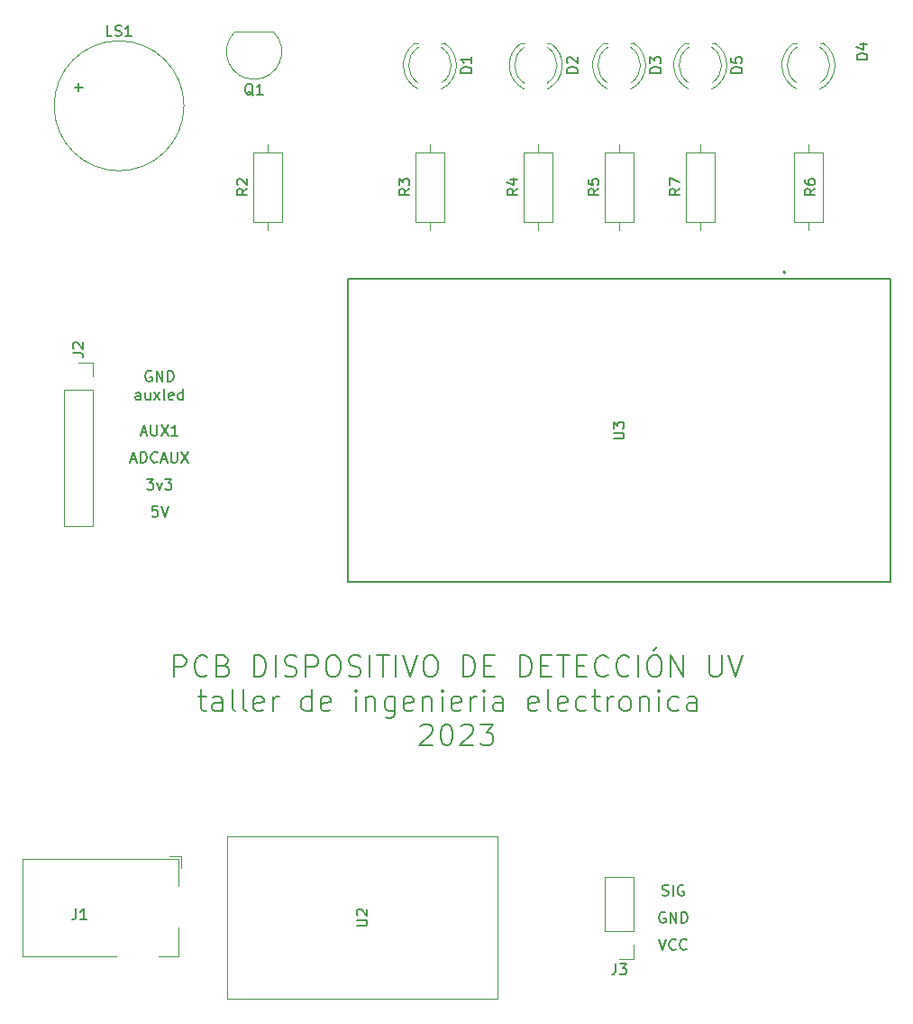
<source format=gbr>
%TF.GenerationSoftware,KiCad,Pcbnew,7.0.7*%
%TF.CreationDate,2023-11-04T11:15:44-05:00*%
%TF.ProjectId,proyectointroducci_n,70726f79-6563-4746-9f69-6e74726f6475,rev?*%
%TF.SameCoordinates,Original*%
%TF.FileFunction,Legend,Top*%
%TF.FilePolarity,Positive*%
%FSLAX46Y46*%
G04 Gerber Fmt 4.6, Leading zero omitted, Abs format (unit mm)*
G04 Created by KiCad (PCBNEW 7.0.7) date 2023-11-04 11:15:44*
%MOMM*%
%LPD*%
G01*
G04 APERTURE LIST*
%ADD10C,0.150000*%
%ADD11C,0.120000*%
%ADD12C,0.127000*%
%ADD13C,0.200000*%
G04 APERTURE END LIST*
D10*
X43934285Y-98709819D02*
X43934285Y-98186009D01*
X43934285Y-98186009D02*
X43886666Y-98090771D01*
X43886666Y-98090771D02*
X43791428Y-98043152D01*
X43791428Y-98043152D02*
X43600952Y-98043152D01*
X43600952Y-98043152D02*
X43505714Y-98090771D01*
X43934285Y-98662200D02*
X43839047Y-98709819D01*
X43839047Y-98709819D02*
X43600952Y-98709819D01*
X43600952Y-98709819D02*
X43505714Y-98662200D01*
X43505714Y-98662200D02*
X43458095Y-98566961D01*
X43458095Y-98566961D02*
X43458095Y-98471723D01*
X43458095Y-98471723D02*
X43505714Y-98376485D01*
X43505714Y-98376485D02*
X43600952Y-98328866D01*
X43600952Y-98328866D02*
X43839047Y-98328866D01*
X43839047Y-98328866D02*
X43934285Y-98281247D01*
X44839047Y-98043152D02*
X44839047Y-98709819D01*
X44410476Y-98043152D02*
X44410476Y-98566961D01*
X44410476Y-98566961D02*
X44458095Y-98662200D01*
X44458095Y-98662200D02*
X44553333Y-98709819D01*
X44553333Y-98709819D02*
X44696190Y-98709819D01*
X44696190Y-98709819D02*
X44791428Y-98662200D01*
X44791428Y-98662200D02*
X44839047Y-98614580D01*
X45220000Y-98709819D02*
X45743809Y-98043152D01*
X45220000Y-98043152D02*
X45743809Y-98709819D01*
X46267619Y-98709819D02*
X46172381Y-98662200D01*
X46172381Y-98662200D02*
X46124762Y-98566961D01*
X46124762Y-98566961D02*
X46124762Y-97709819D01*
X47029524Y-98662200D02*
X46934286Y-98709819D01*
X46934286Y-98709819D02*
X46743810Y-98709819D01*
X46743810Y-98709819D02*
X46648572Y-98662200D01*
X46648572Y-98662200D02*
X46600953Y-98566961D01*
X46600953Y-98566961D02*
X46600953Y-98186009D01*
X46600953Y-98186009D02*
X46648572Y-98090771D01*
X46648572Y-98090771D02*
X46743810Y-98043152D01*
X46743810Y-98043152D02*
X46934286Y-98043152D01*
X46934286Y-98043152D02*
X47029524Y-98090771D01*
X47029524Y-98090771D02*
X47077143Y-98186009D01*
X47077143Y-98186009D02*
X47077143Y-98281247D01*
X47077143Y-98281247D02*
X46600953Y-98376485D01*
X47934286Y-98709819D02*
X47934286Y-97709819D01*
X47934286Y-98662200D02*
X47839048Y-98709819D01*
X47839048Y-98709819D02*
X47648572Y-98709819D01*
X47648572Y-98709819D02*
X47553334Y-98662200D01*
X47553334Y-98662200D02*
X47505715Y-98614580D01*
X47505715Y-98614580D02*
X47458096Y-98519342D01*
X47458096Y-98519342D02*
X47458096Y-98233628D01*
X47458096Y-98233628D02*
X47505715Y-98138390D01*
X47505715Y-98138390D02*
X47553334Y-98090771D01*
X47553334Y-98090771D02*
X47648572Y-98043152D01*
X47648572Y-98043152D02*
X47839048Y-98043152D01*
X47839048Y-98043152D02*
X47934286Y-98090771D01*
X44958095Y-96022438D02*
X44862857Y-95974819D01*
X44862857Y-95974819D02*
X44720000Y-95974819D01*
X44720000Y-95974819D02*
X44577143Y-96022438D01*
X44577143Y-96022438D02*
X44481905Y-96117676D01*
X44481905Y-96117676D02*
X44434286Y-96212914D01*
X44434286Y-96212914D02*
X44386667Y-96403390D01*
X44386667Y-96403390D02*
X44386667Y-96546247D01*
X44386667Y-96546247D02*
X44434286Y-96736723D01*
X44434286Y-96736723D02*
X44481905Y-96831961D01*
X44481905Y-96831961D02*
X44577143Y-96927200D01*
X44577143Y-96927200D02*
X44720000Y-96974819D01*
X44720000Y-96974819D02*
X44815238Y-96974819D01*
X44815238Y-96974819D02*
X44958095Y-96927200D01*
X44958095Y-96927200D02*
X45005714Y-96879580D01*
X45005714Y-96879580D02*
X45005714Y-96546247D01*
X45005714Y-96546247D02*
X44815238Y-96546247D01*
X45434286Y-96974819D02*
X45434286Y-95974819D01*
X45434286Y-95974819D02*
X46005714Y-96974819D01*
X46005714Y-96974819D02*
X46005714Y-95974819D01*
X46481905Y-96974819D02*
X46481905Y-95974819D01*
X46481905Y-95974819D02*
X46720000Y-95974819D01*
X46720000Y-95974819D02*
X46862857Y-96022438D01*
X46862857Y-96022438D02*
X46958095Y-96117676D01*
X46958095Y-96117676D02*
X47005714Y-96212914D01*
X47005714Y-96212914D02*
X47053333Y-96403390D01*
X47053333Y-96403390D02*
X47053333Y-96546247D01*
X47053333Y-96546247D02*
X47005714Y-96736723D01*
X47005714Y-96736723D02*
X46958095Y-96831961D01*
X46958095Y-96831961D02*
X46862857Y-96927200D01*
X46862857Y-96927200D02*
X46720000Y-96974819D01*
X46720000Y-96974819D02*
X46481905Y-96974819D01*
X92956191Y-145187200D02*
X93099048Y-145234819D01*
X93099048Y-145234819D02*
X93337143Y-145234819D01*
X93337143Y-145234819D02*
X93432381Y-145187200D01*
X93432381Y-145187200D02*
X93480000Y-145139580D01*
X93480000Y-145139580D02*
X93527619Y-145044342D01*
X93527619Y-145044342D02*
X93527619Y-144949104D01*
X93527619Y-144949104D02*
X93480000Y-144853866D01*
X93480000Y-144853866D02*
X93432381Y-144806247D01*
X93432381Y-144806247D02*
X93337143Y-144758628D01*
X93337143Y-144758628D02*
X93146667Y-144711009D01*
X93146667Y-144711009D02*
X93051429Y-144663390D01*
X93051429Y-144663390D02*
X93003810Y-144615771D01*
X93003810Y-144615771D02*
X92956191Y-144520533D01*
X92956191Y-144520533D02*
X92956191Y-144425295D01*
X92956191Y-144425295D02*
X93003810Y-144330057D01*
X93003810Y-144330057D02*
X93051429Y-144282438D01*
X93051429Y-144282438D02*
X93146667Y-144234819D01*
X93146667Y-144234819D02*
X93384762Y-144234819D01*
X93384762Y-144234819D02*
X93527619Y-144282438D01*
X93956191Y-145234819D02*
X93956191Y-144234819D01*
X94956190Y-144282438D02*
X94860952Y-144234819D01*
X94860952Y-144234819D02*
X94718095Y-144234819D01*
X94718095Y-144234819D02*
X94575238Y-144282438D01*
X94575238Y-144282438D02*
X94480000Y-144377676D01*
X94480000Y-144377676D02*
X94432381Y-144472914D01*
X94432381Y-144472914D02*
X94384762Y-144663390D01*
X94384762Y-144663390D02*
X94384762Y-144806247D01*
X94384762Y-144806247D02*
X94432381Y-144996723D01*
X94432381Y-144996723D02*
X94480000Y-145091961D01*
X94480000Y-145091961D02*
X94575238Y-145187200D01*
X94575238Y-145187200D02*
X94718095Y-145234819D01*
X94718095Y-145234819D02*
X94813333Y-145234819D01*
X94813333Y-145234819D02*
X94956190Y-145187200D01*
X94956190Y-145187200D02*
X95003809Y-145139580D01*
X95003809Y-145139580D02*
X95003809Y-144806247D01*
X95003809Y-144806247D02*
X94813333Y-144806247D01*
X43053333Y-104309104D02*
X43529523Y-104309104D01*
X42958095Y-104594819D02*
X43291428Y-103594819D01*
X43291428Y-103594819D02*
X43624761Y-104594819D01*
X43958095Y-104594819D02*
X43958095Y-103594819D01*
X43958095Y-103594819D02*
X44196190Y-103594819D01*
X44196190Y-103594819D02*
X44339047Y-103642438D01*
X44339047Y-103642438D02*
X44434285Y-103737676D01*
X44434285Y-103737676D02*
X44481904Y-103832914D01*
X44481904Y-103832914D02*
X44529523Y-104023390D01*
X44529523Y-104023390D02*
X44529523Y-104166247D01*
X44529523Y-104166247D02*
X44481904Y-104356723D01*
X44481904Y-104356723D02*
X44434285Y-104451961D01*
X44434285Y-104451961D02*
X44339047Y-104547200D01*
X44339047Y-104547200D02*
X44196190Y-104594819D01*
X44196190Y-104594819D02*
X43958095Y-104594819D01*
X45529523Y-104499580D02*
X45481904Y-104547200D01*
X45481904Y-104547200D02*
X45339047Y-104594819D01*
X45339047Y-104594819D02*
X45243809Y-104594819D01*
X45243809Y-104594819D02*
X45100952Y-104547200D01*
X45100952Y-104547200D02*
X45005714Y-104451961D01*
X45005714Y-104451961D02*
X44958095Y-104356723D01*
X44958095Y-104356723D02*
X44910476Y-104166247D01*
X44910476Y-104166247D02*
X44910476Y-104023390D01*
X44910476Y-104023390D02*
X44958095Y-103832914D01*
X44958095Y-103832914D02*
X45005714Y-103737676D01*
X45005714Y-103737676D02*
X45100952Y-103642438D01*
X45100952Y-103642438D02*
X45243809Y-103594819D01*
X45243809Y-103594819D02*
X45339047Y-103594819D01*
X45339047Y-103594819D02*
X45481904Y-103642438D01*
X45481904Y-103642438D02*
X45529523Y-103690057D01*
X45910476Y-104309104D02*
X46386666Y-104309104D01*
X45815238Y-104594819D02*
X46148571Y-103594819D01*
X46148571Y-103594819D02*
X46481904Y-104594819D01*
X46815238Y-103594819D02*
X46815238Y-104404342D01*
X46815238Y-104404342D02*
X46862857Y-104499580D01*
X46862857Y-104499580D02*
X46910476Y-104547200D01*
X46910476Y-104547200D02*
X47005714Y-104594819D01*
X47005714Y-104594819D02*
X47196190Y-104594819D01*
X47196190Y-104594819D02*
X47291428Y-104547200D01*
X47291428Y-104547200D02*
X47339047Y-104499580D01*
X47339047Y-104499580D02*
X47386666Y-104404342D01*
X47386666Y-104404342D02*
X47386666Y-103594819D01*
X47767619Y-103594819D02*
X48434285Y-104594819D01*
X48434285Y-103594819D02*
X47767619Y-104594819D01*
X45529523Y-108674819D02*
X45053333Y-108674819D01*
X45053333Y-108674819D02*
X45005714Y-109151009D01*
X45005714Y-109151009D02*
X45053333Y-109103390D01*
X45053333Y-109103390D02*
X45148571Y-109055771D01*
X45148571Y-109055771D02*
X45386666Y-109055771D01*
X45386666Y-109055771D02*
X45481904Y-109103390D01*
X45481904Y-109103390D02*
X45529523Y-109151009D01*
X45529523Y-109151009D02*
X45577142Y-109246247D01*
X45577142Y-109246247D02*
X45577142Y-109484342D01*
X45577142Y-109484342D02*
X45529523Y-109579580D01*
X45529523Y-109579580D02*
X45481904Y-109627200D01*
X45481904Y-109627200D02*
X45386666Y-109674819D01*
X45386666Y-109674819D02*
X45148571Y-109674819D01*
X45148571Y-109674819D02*
X45053333Y-109627200D01*
X45053333Y-109627200D02*
X45005714Y-109579580D01*
X45862857Y-108674819D02*
X46196190Y-109674819D01*
X46196190Y-109674819D02*
X46529523Y-108674819D01*
X92646667Y-149314819D02*
X92980000Y-150314819D01*
X92980000Y-150314819D02*
X93313333Y-149314819D01*
X94218095Y-150219580D02*
X94170476Y-150267200D01*
X94170476Y-150267200D02*
X94027619Y-150314819D01*
X94027619Y-150314819D02*
X93932381Y-150314819D01*
X93932381Y-150314819D02*
X93789524Y-150267200D01*
X93789524Y-150267200D02*
X93694286Y-150171961D01*
X93694286Y-150171961D02*
X93646667Y-150076723D01*
X93646667Y-150076723D02*
X93599048Y-149886247D01*
X93599048Y-149886247D02*
X93599048Y-149743390D01*
X93599048Y-149743390D02*
X93646667Y-149552914D01*
X93646667Y-149552914D02*
X93694286Y-149457676D01*
X93694286Y-149457676D02*
X93789524Y-149362438D01*
X93789524Y-149362438D02*
X93932381Y-149314819D01*
X93932381Y-149314819D02*
X94027619Y-149314819D01*
X94027619Y-149314819D02*
X94170476Y-149362438D01*
X94170476Y-149362438D02*
X94218095Y-149410057D01*
X95218095Y-150219580D02*
X95170476Y-150267200D01*
X95170476Y-150267200D02*
X95027619Y-150314819D01*
X95027619Y-150314819D02*
X94932381Y-150314819D01*
X94932381Y-150314819D02*
X94789524Y-150267200D01*
X94789524Y-150267200D02*
X94694286Y-150171961D01*
X94694286Y-150171961D02*
X94646667Y-150076723D01*
X94646667Y-150076723D02*
X94599048Y-149886247D01*
X94599048Y-149886247D02*
X94599048Y-149743390D01*
X94599048Y-149743390D02*
X94646667Y-149552914D01*
X94646667Y-149552914D02*
X94694286Y-149457676D01*
X94694286Y-149457676D02*
X94789524Y-149362438D01*
X94789524Y-149362438D02*
X94932381Y-149314819D01*
X94932381Y-149314819D02*
X95027619Y-149314819D01*
X95027619Y-149314819D02*
X95170476Y-149362438D01*
X95170476Y-149362438D02*
X95218095Y-149410057D01*
X93218095Y-146822438D02*
X93122857Y-146774819D01*
X93122857Y-146774819D02*
X92980000Y-146774819D01*
X92980000Y-146774819D02*
X92837143Y-146822438D01*
X92837143Y-146822438D02*
X92741905Y-146917676D01*
X92741905Y-146917676D02*
X92694286Y-147012914D01*
X92694286Y-147012914D02*
X92646667Y-147203390D01*
X92646667Y-147203390D02*
X92646667Y-147346247D01*
X92646667Y-147346247D02*
X92694286Y-147536723D01*
X92694286Y-147536723D02*
X92741905Y-147631961D01*
X92741905Y-147631961D02*
X92837143Y-147727200D01*
X92837143Y-147727200D02*
X92980000Y-147774819D01*
X92980000Y-147774819D02*
X93075238Y-147774819D01*
X93075238Y-147774819D02*
X93218095Y-147727200D01*
X93218095Y-147727200D02*
X93265714Y-147679580D01*
X93265714Y-147679580D02*
X93265714Y-147346247D01*
X93265714Y-147346247D02*
X93075238Y-147346247D01*
X93694286Y-147774819D02*
X93694286Y-146774819D01*
X93694286Y-146774819D02*
X94265714Y-147774819D01*
X94265714Y-147774819D02*
X94265714Y-146774819D01*
X94741905Y-147774819D02*
X94741905Y-146774819D01*
X94741905Y-146774819D02*
X94980000Y-146774819D01*
X94980000Y-146774819D02*
X95122857Y-146822438D01*
X95122857Y-146822438D02*
X95218095Y-146917676D01*
X95218095Y-146917676D02*
X95265714Y-147012914D01*
X95265714Y-147012914D02*
X95313333Y-147203390D01*
X95313333Y-147203390D02*
X95313333Y-147346247D01*
X95313333Y-147346247D02*
X95265714Y-147536723D01*
X95265714Y-147536723D02*
X95218095Y-147631961D01*
X95218095Y-147631961D02*
X95122857Y-147727200D01*
X95122857Y-147727200D02*
X94980000Y-147774819D01*
X94980000Y-147774819D02*
X94741905Y-147774819D01*
X44005714Y-101769104D02*
X44481904Y-101769104D01*
X43910476Y-102054819D02*
X44243809Y-101054819D01*
X44243809Y-101054819D02*
X44577142Y-102054819D01*
X44910476Y-101054819D02*
X44910476Y-101864342D01*
X44910476Y-101864342D02*
X44958095Y-101959580D01*
X44958095Y-101959580D02*
X45005714Y-102007200D01*
X45005714Y-102007200D02*
X45100952Y-102054819D01*
X45100952Y-102054819D02*
X45291428Y-102054819D01*
X45291428Y-102054819D02*
X45386666Y-102007200D01*
X45386666Y-102007200D02*
X45434285Y-101959580D01*
X45434285Y-101959580D02*
X45481904Y-101864342D01*
X45481904Y-101864342D02*
X45481904Y-101054819D01*
X45862857Y-101054819D02*
X46529523Y-102054819D01*
X46529523Y-101054819D02*
X45862857Y-102054819D01*
X47434285Y-102054819D02*
X46862857Y-102054819D01*
X47148571Y-102054819D02*
X47148571Y-101054819D01*
X47148571Y-101054819D02*
X47053333Y-101197676D01*
X47053333Y-101197676D02*
X46958095Y-101292914D01*
X46958095Y-101292914D02*
X46862857Y-101340533D01*
X44529524Y-106134819D02*
X45148571Y-106134819D01*
X45148571Y-106134819D02*
X44815238Y-106515771D01*
X44815238Y-106515771D02*
X44958095Y-106515771D01*
X44958095Y-106515771D02*
X45053333Y-106563390D01*
X45053333Y-106563390D02*
X45100952Y-106611009D01*
X45100952Y-106611009D02*
X45148571Y-106706247D01*
X45148571Y-106706247D02*
X45148571Y-106944342D01*
X45148571Y-106944342D02*
X45100952Y-107039580D01*
X45100952Y-107039580D02*
X45053333Y-107087200D01*
X45053333Y-107087200D02*
X44958095Y-107134819D01*
X44958095Y-107134819D02*
X44672381Y-107134819D01*
X44672381Y-107134819D02*
X44577143Y-107087200D01*
X44577143Y-107087200D02*
X44529524Y-107039580D01*
X45481905Y-106468152D02*
X45720000Y-107134819D01*
X45720000Y-107134819D02*
X45958095Y-106468152D01*
X46243810Y-106134819D02*
X46862857Y-106134819D01*
X46862857Y-106134819D02*
X46529524Y-106515771D01*
X46529524Y-106515771D02*
X46672381Y-106515771D01*
X46672381Y-106515771D02*
X46767619Y-106563390D01*
X46767619Y-106563390D02*
X46815238Y-106611009D01*
X46815238Y-106611009D02*
X46862857Y-106706247D01*
X46862857Y-106706247D02*
X46862857Y-106944342D01*
X46862857Y-106944342D02*
X46815238Y-107039580D01*
X46815238Y-107039580D02*
X46767619Y-107087200D01*
X46767619Y-107087200D02*
X46672381Y-107134819D01*
X46672381Y-107134819D02*
X46386667Y-107134819D01*
X46386667Y-107134819D02*
X46291429Y-107087200D01*
X46291429Y-107087200D02*
X46243810Y-107039580D01*
X47088569Y-124697438D02*
X47088569Y-122697438D01*
X47088569Y-122697438D02*
X47850474Y-122697438D01*
X47850474Y-122697438D02*
X48040950Y-122792676D01*
X48040950Y-122792676D02*
X48136188Y-122887914D01*
X48136188Y-122887914D02*
X48231426Y-123078390D01*
X48231426Y-123078390D02*
X48231426Y-123364104D01*
X48231426Y-123364104D02*
X48136188Y-123554580D01*
X48136188Y-123554580D02*
X48040950Y-123649819D01*
X48040950Y-123649819D02*
X47850474Y-123745057D01*
X47850474Y-123745057D02*
X47088569Y-123745057D01*
X50231426Y-124506961D02*
X50136188Y-124602200D01*
X50136188Y-124602200D02*
X49850474Y-124697438D01*
X49850474Y-124697438D02*
X49659998Y-124697438D01*
X49659998Y-124697438D02*
X49374283Y-124602200D01*
X49374283Y-124602200D02*
X49183807Y-124411723D01*
X49183807Y-124411723D02*
X49088569Y-124221247D01*
X49088569Y-124221247D02*
X48993331Y-123840295D01*
X48993331Y-123840295D02*
X48993331Y-123554580D01*
X48993331Y-123554580D02*
X49088569Y-123173628D01*
X49088569Y-123173628D02*
X49183807Y-122983152D01*
X49183807Y-122983152D02*
X49374283Y-122792676D01*
X49374283Y-122792676D02*
X49659998Y-122697438D01*
X49659998Y-122697438D02*
X49850474Y-122697438D01*
X49850474Y-122697438D02*
X50136188Y-122792676D01*
X50136188Y-122792676D02*
X50231426Y-122887914D01*
X51755236Y-123649819D02*
X52040950Y-123745057D01*
X52040950Y-123745057D02*
X52136188Y-123840295D01*
X52136188Y-123840295D02*
X52231426Y-124030771D01*
X52231426Y-124030771D02*
X52231426Y-124316485D01*
X52231426Y-124316485D02*
X52136188Y-124506961D01*
X52136188Y-124506961D02*
X52040950Y-124602200D01*
X52040950Y-124602200D02*
X51850474Y-124697438D01*
X51850474Y-124697438D02*
X51088569Y-124697438D01*
X51088569Y-124697438D02*
X51088569Y-122697438D01*
X51088569Y-122697438D02*
X51755236Y-122697438D01*
X51755236Y-122697438D02*
X51945712Y-122792676D01*
X51945712Y-122792676D02*
X52040950Y-122887914D01*
X52040950Y-122887914D02*
X52136188Y-123078390D01*
X52136188Y-123078390D02*
X52136188Y-123268866D01*
X52136188Y-123268866D02*
X52040950Y-123459342D01*
X52040950Y-123459342D02*
X51945712Y-123554580D01*
X51945712Y-123554580D02*
X51755236Y-123649819D01*
X51755236Y-123649819D02*
X51088569Y-123649819D01*
X54612379Y-124697438D02*
X54612379Y-122697438D01*
X54612379Y-122697438D02*
X55088569Y-122697438D01*
X55088569Y-122697438D02*
X55374284Y-122792676D01*
X55374284Y-122792676D02*
X55564760Y-122983152D01*
X55564760Y-122983152D02*
X55659998Y-123173628D01*
X55659998Y-123173628D02*
X55755236Y-123554580D01*
X55755236Y-123554580D02*
X55755236Y-123840295D01*
X55755236Y-123840295D02*
X55659998Y-124221247D01*
X55659998Y-124221247D02*
X55564760Y-124411723D01*
X55564760Y-124411723D02*
X55374284Y-124602200D01*
X55374284Y-124602200D02*
X55088569Y-124697438D01*
X55088569Y-124697438D02*
X54612379Y-124697438D01*
X56612379Y-124697438D02*
X56612379Y-122697438D01*
X57469522Y-124602200D02*
X57755236Y-124697438D01*
X57755236Y-124697438D02*
X58231427Y-124697438D01*
X58231427Y-124697438D02*
X58421903Y-124602200D01*
X58421903Y-124602200D02*
X58517141Y-124506961D01*
X58517141Y-124506961D02*
X58612379Y-124316485D01*
X58612379Y-124316485D02*
X58612379Y-124126009D01*
X58612379Y-124126009D02*
X58517141Y-123935533D01*
X58517141Y-123935533D02*
X58421903Y-123840295D01*
X58421903Y-123840295D02*
X58231427Y-123745057D01*
X58231427Y-123745057D02*
X57850474Y-123649819D01*
X57850474Y-123649819D02*
X57659998Y-123554580D01*
X57659998Y-123554580D02*
X57564760Y-123459342D01*
X57564760Y-123459342D02*
X57469522Y-123268866D01*
X57469522Y-123268866D02*
X57469522Y-123078390D01*
X57469522Y-123078390D02*
X57564760Y-122887914D01*
X57564760Y-122887914D02*
X57659998Y-122792676D01*
X57659998Y-122792676D02*
X57850474Y-122697438D01*
X57850474Y-122697438D02*
X58326665Y-122697438D01*
X58326665Y-122697438D02*
X58612379Y-122792676D01*
X59469522Y-124697438D02*
X59469522Y-122697438D01*
X59469522Y-122697438D02*
X60231427Y-122697438D01*
X60231427Y-122697438D02*
X60421903Y-122792676D01*
X60421903Y-122792676D02*
X60517141Y-122887914D01*
X60517141Y-122887914D02*
X60612379Y-123078390D01*
X60612379Y-123078390D02*
X60612379Y-123364104D01*
X60612379Y-123364104D02*
X60517141Y-123554580D01*
X60517141Y-123554580D02*
X60421903Y-123649819D01*
X60421903Y-123649819D02*
X60231427Y-123745057D01*
X60231427Y-123745057D02*
X59469522Y-123745057D01*
X61850474Y-122697438D02*
X62231427Y-122697438D01*
X62231427Y-122697438D02*
X62421903Y-122792676D01*
X62421903Y-122792676D02*
X62612379Y-122983152D01*
X62612379Y-122983152D02*
X62707617Y-123364104D01*
X62707617Y-123364104D02*
X62707617Y-124030771D01*
X62707617Y-124030771D02*
X62612379Y-124411723D01*
X62612379Y-124411723D02*
X62421903Y-124602200D01*
X62421903Y-124602200D02*
X62231427Y-124697438D01*
X62231427Y-124697438D02*
X61850474Y-124697438D01*
X61850474Y-124697438D02*
X61659998Y-124602200D01*
X61659998Y-124602200D02*
X61469522Y-124411723D01*
X61469522Y-124411723D02*
X61374284Y-124030771D01*
X61374284Y-124030771D02*
X61374284Y-123364104D01*
X61374284Y-123364104D02*
X61469522Y-122983152D01*
X61469522Y-122983152D02*
X61659998Y-122792676D01*
X61659998Y-122792676D02*
X61850474Y-122697438D01*
X63469522Y-124602200D02*
X63755236Y-124697438D01*
X63755236Y-124697438D02*
X64231427Y-124697438D01*
X64231427Y-124697438D02*
X64421903Y-124602200D01*
X64421903Y-124602200D02*
X64517141Y-124506961D01*
X64517141Y-124506961D02*
X64612379Y-124316485D01*
X64612379Y-124316485D02*
X64612379Y-124126009D01*
X64612379Y-124126009D02*
X64517141Y-123935533D01*
X64517141Y-123935533D02*
X64421903Y-123840295D01*
X64421903Y-123840295D02*
X64231427Y-123745057D01*
X64231427Y-123745057D02*
X63850474Y-123649819D01*
X63850474Y-123649819D02*
X63659998Y-123554580D01*
X63659998Y-123554580D02*
X63564760Y-123459342D01*
X63564760Y-123459342D02*
X63469522Y-123268866D01*
X63469522Y-123268866D02*
X63469522Y-123078390D01*
X63469522Y-123078390D02*
X63564760Y-122887914D01*
X63564760Y-122887914D02*
X63659998Y-122792676D01*
X63659998Y-122792676D02*
X63850474Y-122697438D01*
X63850474Y-122697438D02*
X64326665Y-122697438D01*
X64326665Y-122697438D02*
X64612379Y-122792676D01*
X65469522Y-124697438D02*
X65469522Y-122697438D01*
X66136189Y-122697438D02*
X67279046Y-122697438D01*
X66707617Y-124697438D02*
X66707617Y-122697438D01*
X67945713Y-124697438D02*
X67945713Y-122697438D01*
X68612380Y-122697438D02*
X69279046Y-124697438D01*
X69279046Y-124697438D02*
X69945713Y-122697438D01*
X70993332Y-122697438D02*
X71374285Y-122697438D01*
X71374285Y-122697438D02*
X71564761Y-122792676D01*
X71564761Y-122792676D02*
X71755237Y-122983152D01*
X71755237Y-122983152D02*
X71850475Y-123364104D01*
X71850475Y-123364104D02*
X71850475Y-124030771D01*
X71850475Y-124030771D02*
X71755237Y-124411723D01*
X71755237Y-124411723D02*
X71564761Y-124602200D01*
X71564761Y-124602200D02*
X71374285Y-124697438D01*
X71374285Y-124697438D02*
X70993332Y-124697438D01*
X70993332Y-124697438D02*
X70802856Y-124602200D01*
X70802856Y-124602200D02*
X70612380Y-124411723D01*
X70612380Y-124411723D02*
X70517142Y-124030771D01*
X70517142Y-124030771D02*
X70517142Y-123364104D01*
X70517142Y-123364104D02*
X70612380Y-122983152D01*
X70612380Y-122983152D02*
X70802856Y-122792676D01*
X70802856Y-122792676D02*
X70993332Y-122697438D01*
X74231428Y-124697438D02*
X74231428Y-122697438D01*
X74231428Y-122697438D02*
X74707618Y-122697438D01*
X74707618Y-122697438D02*
X74993333Y-122792676D01*
X74993333Y-122792676D02*
X75183809Y-122983152D01*
X75183809Y-122983152D02*
X75279047Y-123173628D01*
X75279047Y-123173628D02*
X75374285Y-123554580D01*
X75374285Y-123554580D02*
X75374285Y-123840295D01*
X75374285Y-123840295D02*
X75279047Y-124221247D01*
X75279047Y-124221247D02*
X75183809Y-124411723D01*
X75183809Y-124411723D02*
X74993333Y-124602200D01*
X74993333Y-124602200D02*
X74707618Y-124697438D01*
X74707618Y-124697438D02*
X74231428Y-124697438D01*
X76231428Y-123649819D02*
X76898095Y-123649819D01*
X77183809Y-124697438D02*
X76231428Y-124697438D01*
X76231428Y-124697438D02*
X76231428Y-122697438D01*
X76231428Y-122697438D02*
X77183809Y-122697438D01*
X79564762Y-124697438D02*
X79564762Y-122697438D01*
X79564762Y-122697438D02*
X80040952Y-122697438D01*
X80040952Y-122697438D02*
X80326667Y-122792676D01*
X80326667Y-122792676D02*
X80517143Y-122983152D01*
X80517143Y-122983152D02*
X80612381Y-123173628D01*
X80612381Y-123173628D02*
X80707619Y-123554580D01*
X80707619Y-123554580D02*
X80707619Y-123840295D01*
X80707619Y-123840295D02*
X80612381Y-124221247D01*
X80612381Y-124221247D02*
X80517143Y-124411723D01*
X80517143Y-124411723D02*
X80326667Y-124602200D01*
X80326667Y-124602200D02*
X80040952Y-124697438D01*
X80040952Y-124697438D02*
X79564762Y-124697438D01*
X81564762Y-123649819D02*
X82231429Y-123649819D01*
X82517143Y-124697438D02*
X81564762Y-124697438D01*
X81564762Y-124697438D02*
X81564762Y-122697438D01*
X81564762Y-122697438D02*
X82517143Y-122697438D01*
X83088572Y-122697438D02*
X84231429Y-122697438D01*
X83660000Y-124697438D02*
X83660000Y-122697438D01*
X84898096Y-123649819D02*
X85564763Y-123649819D01*
X85850477Y-124697438D02*
X84898096Y-124697438D01*
X84898096Y-124697438D02*
X84898096Y-122697438D01*
X84898096Y-122697438D02*
X85850477Y-122697438D01*
X87850477Y-124506961D02*
X87755239Y-124602200D01*
X87755239Y-124602200D02*
X87469525Y-124697438D01*
X87469525Y-124697438D02*
X87279049Y-124697438D01*
X87279049Y-124697438D02*
X86993334Y-124602200D01*
X86993334Y-124602200D02*
X86802858Y-124411723D01*
X86802858Y-124411723D02*
X86707620Y-124221247D01*
X86707620Y-124221247D02*
X86612382Y-123840295D01*
X86612382Y-123840295D02*
X86612382Y-123554580D01*
X86612382Y-123554580D02*
X86707620Y-123173628D01*
X86707620Y-123173628D02*
X86802858Y-122983152D01*
X86802858Y-122983152D02*
X86993334Y-122792676D01*
X86993334Y-122792676D02*
X87279049Y-122697438D01*
X87279049Y-122697438D02*
X87469525Y-122697438D01*
X87469525Y-122697438D02*
X87755239Y-122792676D01*
X87755239Y-122792676D02*
X87850477Y-122887914D01*
X89850477Y-124506961D02*
X89755239Y-124602200D01*
X89755239Y-124602200D02*
X89469525Y-124697438D01*
X89469525Y-124697438D02*
X89279049Y-124697438D01*
X89279049Y-124697438D02*
X88993334Y-124602200D01*
X88993334Y-124602200D02*
X88802858Y-124411723D01*
X88802858Y-124411723D02*
X88707620Y-124221247D01*
X88707620Y-124221247D02*
X88612382Y-123840295D01*
X88612382Y-123840295D02*
X88612382Y-123554580D01*
X88612382Y-123554580D02*
X88707620Y-123173628D01*
X88707620Y-123173628D02*
X88802858Y-122983152D01*
X88802858Y-122983152D02*
X88993334Y-122792676D01*
X88993334Y-122792676D02*
X89279049Y-122697438D01*
X89279049Y-122697438D02*
X89469525Y-122697438D01*
X89469525Y-122697438D02*
X89755239Y-122792676D01*
X89755239Y-122792676D02*
X89850477Y-122887914D01*
X90707620Y-124697438D02*
X90707620Y-122697438D01*
X92040953Y-122697438D02*
X92421906Y-122697438D01*
X92421906Y-122697438D02*
X92612382Y-122792676D01*
X92612382Y-122792676D02*
X92802858Y-122983152D01*
X92802858Y-122983152D02*
X92898096Y-123364104D01*
X92898096Y-123364104D02*
X92898096Y-124030771D01*
X92898096Y-124030771D02*
X92802858Y-124411723D01*
X92802858Y-124411723D02*
X92612382Y-124602200D01*
X92612382Y-124602200D02*
X92421906Y-124697438D01*
X92421906Y-124697438D02*
X92040953Y-124697438D01*
X92040953Y-124697438D02*
X91850477Y-124602200D01*
X91850477Y-124602200D02*
X91660001Y-124411723D01*
X91660001Y-124411723D02*
X91564763Y-124030771D01*
X91564763Y-124030771D02*
X91564763Y-123364104D01*
X91564763Y-123364104D02*
X91660001Y-122983152D01*
X91660001Y-122983152D02*
X91850477Y-122792676D01*
X91850477Y-122792676D02*
X92040953Y-122697438D01*
X92421906Y-121935533D02*
X92136191Y-122221247D01*
X93755239Y-124697438D02*
X93755239Y-122697438D01*
X93755239Y-122697438D02*
X94898096Y-124697438D01*
X94898096Y-124697438D02*
X94898096Y-122697438D01*
X97374287Y-122697438D02*
X97374287Y-124316485D01*
X97374287Y-124316485D02*
X97469525Y-124506961D01*
X97469525Y-124506961D02*
X97564763Y-124602200D01*
X97564763Y-124602200D02*
X97755239Y-124697438D01*
X97755239Y-124697438D02*
X98136192Y-124697438D01*
X98136192Y-124697438D02*
X98326668Y-124602200D01*
X98326668Y-124602200D02*
X98421906Y-124506961D01*
X98421906Y-124506961D02*
X98517144Y-124316485D01*
X98517144Y-124316485D02*
X98517144Y-122697438D01*
X99183811Y-122697438D02*
X99850477Y-124697438D01*
X99850477Y-124697438D02*
X100517144Y-122697438D01*
X49326664Y-126584104D02*
X50088568Y-126584104D01*
X49612378Y-125917438D02*
X49612378Y-127631723D01*
X49612378Y-127631723D02*
X49707616Y-127822200D01*
X49707616Y-127822200D02*
X49898092Y-127917438D01*
X49898092Y-127917438D02*
X50088568Y-127917438D01*
X51612378Y-127917438D02*
X51612378Y-126869819D01*
X51612378Y-126869819D02*
X51517140Y-126679342D01*
X51517140Y-126679342D02*
X51326664Y-126584104D01*
X51326664Y-126584104D02*
X50945711Y-126584104D01*
X50945711Y-126584104D02*
X50755235Y-126679342D01*
X51612378Y-127822200D02*
X51421902Y-127917438D01*
X51421902Y-127917438D02*
X50945711Y-127917438D01*
X50945711Y-127917438D02*
X50755235Y-127822200D01*
X50755235Y-127822200D02*
X50659997Y-127631723D01*
X50659997Y-127631723D02*
X50659997Y-127441247D01*
X50659997Y-127441247D02*
X50755235Y-127250771D01*
X50755235Y-127250771D02*
X50945711Y-127155533D01*
X50945711Y-127155533D02*
X51421902Y-127155533D01*
X51421902Y-127155533D02*
X51612378Y-127060295D01*
X52850473Y-127917438D02*
X52659997Y-127822200D01*
X52659997Y-127822200D02*
X52564759Y-127631723D01*
X52564759Y-127631723D02*
X52564759Y-125917438D01*
X53898092Y-127917438D02*
X53707616Y-127822200D01*
X53707616Y-127822200D02*
X53612378Y-127631723D01*
X53612378Y-127631723D02*
X53612378Y-125917438D01*
X55421902Y-127822200D02*
X55231426Y-127917438D01*
X55231426Y-127917438D02*
X54850473Y-127917438D01*
X54850473Y-127917438D02*
X54659997Y-127822200D01*
X54659997Y-127822200D02*
X54564759Y-127631723D01*
X54564759Y-127631723D02*
X54564759Y-126869819D01*
X54564759Y-126869819D02*
X54659997Y-126679342D01*
X54659997Y-126679342D02*
X54850473Y-126584104D01*
X54850473Y-126584104D02*
X55231426Y-126584104D01*
X55231426Y-126584104D02*
X55421902Y-126679342D01*
X55421902Y-126679342D02*
X55517140Y-126869819D01*
X55517140Y-126869819D02*
X55517140Y-127060295D01*
X55517140Y-127060295D02*
X54564759Y-127250771D01*
X56374283Y-127917438D02*
X56374283Y-126584104D01*
X56374283Y-126965057D02*
X56469521Y-126774580D01*
X56469521Y-126774580D02*
X56564759Y-126679342D01*
X56564759Y-126679342D02*
X56755235Y-126584104D01*
X56755235Y-126584104D02*
X56945712Y-126584104D01*
X59993331Y-127917438D02*
X59993331Y-125917438D01*
X59993331Y-127822200D02*
X59802855Y-127917438D01*
X59802855Y-127917438D02*
X59421902Y-127917438D01*
X59421902Y-127917438D02*
X59231426Y-127822200D01*
X59231426Y-127822200D02*
X59136188Y-127726961D01*
X59136188Y-127726961D02*
X59040950Y-127536485D01*
X59040950Y-127536485D02*
X59040950Y-126965057D01*
X59040950Y-126965057D02*
X59136188Y-126774580D01*
X59136188Y-126774580D02*
X59231426Y-126679342D01*
X59231426Y-126679342D02*
X59421902Y-126584104D01*
X59421902Y-126584104D02*
X59802855Y-126584104D01*
X59802855Y-126584104D02*
X59993331Y-126679342D01*
X61707617Y-127822200D02*
X61517141Y-127917438D01*
X61517141Y-127917438D02*
X61136188Y-127917438D01*
X61136188Y-127917438D02*
X60945712Y-127822200D01*
X60945712Y-127822200D02*
X60850474Y-127631723D01*
X60850474Y-127631723D02*
X60850474Y-126869819D01*
X60850474Y-126869819D02*
X60945712Y-126679342D01*
X60945712Y-126679342D02*
X61136188Y-126584104D01*
X61136188Y-126584104D02*
X61517141Y-126584104D01*
X61517141Y-126584104D02*
X61707617Y-126679342D01*
X61707617Y-126679342D02*
X61802855Y-126869819D01*
X61802855Y-126869819D02*
X61802855Y-127060295D01*
X61802855Y-127060295D02*
X60850474Y-127250771D01*
X64183808Y-127917438D02*
X64183808Y-126584104D01*
X64183808Y-125917438D02*
X64088570Y-126012676D01*
X64088570Y-126012676D02*
X64183808Y-126107914D01*
X64183808Y-126107914D02*
X64279046Y-126012676D01*
X64279046Y-126012676D02*
X64183808Y-125917438D01*
X64183808Y-125917438D02*
X64183808Y-126107914D01*
X65136189Y-126584104D02*
X65136189Y-127917438D01*
X65136189Y-126774580D02*
X65231427Y-126679342D01*
X65231427Y-126679342D02*
X65421903Y-126584104D01*
X65421903Y-126584104D02*
X65707618Y-126584104D01*
X65707618Y-126584104D02*
X65898094Y-126679342D01*
X65898094Y-126679342D02*
X65993332Y-126869819D01*
X65993332Y-126869819D02*
X65993332Y-127917438D01*
X67802856Y-126584104D02*
X67802856Y-128203152D01*
X67802856Y-128203152D02*
X67707618Y-128393628D01*
X67707618Y-128393628D02*
X67612380Y-128488866D01*
X67612380Y-128488866D02*
X67421903Y-128584104D01*
X67421903Y-128584104D02*
X67136189Y-128584104D01*
X67136189Y-128584104D02*
X66945713Y-128488866D01*
X67802856Y-127822200D02*
X67612380Y-127917438D01*
X67612380Y-127917438D02*
X67231427Y-127917438D01*
X67231427Y-127917438D02*
X67040951Y-127822200D01*
X67040951Y-127822200D02*
X66945713Y-127726961D01*
X66945713Y-127726961D02*
X66850475Y-127536485D01*
X66850475Y-127536485D02*
X66850475Y-126965057D01*
X66850475Y-126965057D02*
X66945713Y-126774580D01*
X66945713Y-126774580D02*
X67040951Y-126679342D01*
X67040951Y-126679342D02*
X67231427Y-126584104D01*
X67231427Y-126584104D02*
X67612380Y-126584104D01*
X67612380Y-126584104D02*
X67802856Y-126679342D01*
X69517142Y-127822200D02*
X69326666Y-127917438D01*
X69326666Y-127917438D02*
X68945713Y-127917438D01*
X68945713Y-127917438D02*
X68755237Y-127822200D01*
X68755237Y-127822200D02*
X68659999Y-127631723D01*
X68659999Y-127631723D02*
X68659999Y-126869819D01*
X68659999Y-126869819D02*
X68755237Y-126679342D01*
X68755237Y-126679342D02*
X68945713Y-126584104D01*
X68945713Y-126584104D02*
X69326666Y-126584104D01*
X69326666Y-126584104D02*
X69517142Y-126679342D01*
X69517142Y-126679342D02*
X69612380Y-126869819D01*
X69612380Y-126869819D02*
X69612380Y-127060295D01*
X69612380Y-127060295D02*
X68659999Y-127250771D01*
X70469523Y-126584104D02*
X70469523Y-127917438D01*
X70469523Y-126774580D02*
X70564761Y-126679342D01*
X70564761Y-126679342D02*
X70755237Y-126584104D01*
X70755237Y-126584104D02*
X71040952Y-126584104D01*
X71040952Y-126584104D02*
X71231428Y-126679342D01*
X71231428Y-126679342D02*
X71326666Y-126869819D01*
X71326666Y-126869819D02*
X71326666Y-127917438D01*
X72279047Y-127917438D02*
X72279047Y-126584104D01*
X72279047Y-125917438D02*
X72183809Y-126012676D01*
X72183809Y-126012676D02*
X72279047Y-126107914D01*
X72279047Y-126107914D02*
X72374285Y-126012676D01*
X72374285Y-126012676D02*
X72279047Y-125917438D01*
X72279047Y-125917438D02*
X72279047Y-126107914D01*
X73993333Y-127822200D02*
X73802857Y-127917438D01*
X73802857Y-127917438D02*
X73421904Y-127917438D01*
X73421904Y-127917438D02*
X73231428Y-127822200D01*
X73231428Y-127822200D02*
X73136190Y-127631723D01*
X73136190Y-127631723D02*
X73136190Y-126869819D01*
X73136190Y-126869819D02*
X73231428Y-126679342D01*
X73231428Y-126679342D02*
X73421904Y-126584104D01*
X73421904Y-126584104D02*
X73802857Y-126584104D01*
X73802857Y-126584104D02*
X73993333Y-126679342D01*
X73993333Y-126679342D02*
X74088571Y-126869819D01*
X74088571Y-126869819D02*
X74088571Y-127060295D01*
X74088571Y-127060295D02*
X73136190Y-127250771D01*
X74945714Y-127917438D02*
X74945714Y-126584104D01*
X74945714Y-126965057D02*
X75040952Y-126774580D01*
X75040952Y-126774580D02*
X75136190Y-126679342D01*
X75136190Y-126679342D02*
X75326666Y-126584104D01*
X75326666Y-126584104D02*
X75517143Y-126584104D01*
X76183809Y-127917438D02*
X76183809Y-126584104D01*
X76183809Y-125917438D02*
X76088571Y-126012676D01*
X76088571Y-126012676D02*
X76183809Y-126107914D01*
X76183809Y-126107914D02*
X76279047Y-126012676D01*
X76279047Y-126012676D02*
X76183809Y-125917438D01*
X76183809Y-125917438D02*
X76183809Y-126107914D01*
X77993333Y-127917438D02*
X77993333Y-126869819D01*
X77993333Y-126869819D02*
X77898095Y-126679342D01*
X77898095Y-126679342D02*
X77707619Y-126584104D01*
X77707619Y-126584104D02*
X77326666Y-126584104D01*
X77326666Y-126584104D02*
X77136190Y-126679342D01*
X77993333Y-127822200D02*
X77802857Y-127917438D01*
X77802857Y-127917438D02*
X77326666Y-127917438D01*
X77326666Y-127917438D02*
X77136190Y-127822200D01*
X77136190Y-127822200D02*
X77040952Y-127631723D01*
X77040952Y-127631723D02*
X77040952Y-127441247D01*
X77040952Y-127441247D02*
X77136190Y-127250771D01*
X77136190Y-127250771D02*
X77326666Y-127155533D01*
X77326666Y-127155533D02*
X77802857Y-127155533D01*
X77802857Y-127155533D02*
X77993333Y-127060295D01*
X81231429Y-127822200D02*
X81040953Y-127917438D01*
X81040953Y-127917438D02*
X80660000Y-127917438D01*
X80660000Y-127917438D02*
X80469524Y-127822200D01*
X80469524Y-127822200D02*
X80374286Y-127631723D01*
X80374286Y-127631723D02*
X80374286Y-126869819D01*
X80374286Y-126869819D02*
X80469524Y-126679342D01*
X80469524Y-126679342D02*
X80660000Y-126584104D01*
X80660000Y-126584104D02*
X81040953Y-126584104D01*
X81040953Y-126584104D02*
X81231429Y-126679342D01*
X81231429Y-126679342D02*
X81326667Y-126869819D01*
X81326667Y-126869819D02*
X81326667Y-127060295D01*
X81326667Y-127060295D02*
X80374286Y-127250771D01*
X82469524Y-127917438D02*
X82279048Y-127822200D01*
X82279048Y-127822200D02*
X82183810Y-127631723D01*
X82183810Y-127631723D02*
X82183810Y-125917438D01*
X83993334Y-127822200D02*
X83802858Y-127917438D01*
X83802858Y-127917438D02*
X83421905Y-127917438D01*
X83421905Y-127917438D02*
X83231429Y-127822200D01*
X83231429Y-127822200D02*
X83136191Y-127631723D01*
X83136191Y-127631723D02*
X83136191Y-126869819D01*
X83136191Y-126869819D02*
X83231429Y-126679342D01*
X83231429Y-126679342D02*
X83421905Y-126584104D01*
X83421905Y-126584104D02*
X83802858Y-126584104D01*
X83802858Y-126584104D02*
X83993334Y-126679342D01*
X83993334Y-126679342D02*
X84088572Y-126869819D01*
X84088572Y-126869819D02*
X84088572Y-127060295D01*
X84088572Y-127060295D02*
X83136191Y-127250771D01*
X85802858Y-127822200D02*
X85612382Y-127917438D01*
X85612382Y-127917438D02*
X85231429Y-127917438D01*
X85231429Y-127917438D02*
X85040953Y-127822200D01*
X85040953Y-127822200D02*
X84945715Y-127726961D01*
X84945715Y-127726961D02*
X84850477Y-127536485D01*
X84850477Y-127536485D02*
X84850477Y-126965057D01*
X84850477Y-126965057D02*
X84945715Y-126774580D01*
X84945715Y-126774580D02*
X85040953Y-126679342D01*
X85040953Y-126679342D02*
X85231429Y-126584104D01*
X85231429Y-126584104D02*
X85612382Y-126584104D01*
X85612382Y-126584104D02*
X85802858Y-126679342D01*
X86374287Y-126584104D02*
X87136191Y-126584104D01*
X86660001Y-125917438D02*
X86660001Y-127631723D01*
X86660001Y-127631723D02*
X86755239Y-127822200D01*
X86755239Y-127822200D02*
X86945715Y-127917438D01*
X86945715Y-127917438D02*
X87136191Y-127917438D01*
X87802858Y-127917438D02*
X87802858Y-126584104D01*
X87802858Y-126965057D02*
X87898096Y-126774580D01*
X87898096Y-126774580D02*
X87993334Y-126679342D01*
X87993334Y-126679342D02*
X88183810Y-126584104D01*
X88183810Y-126584104D02*
X88374287Y-126584104D01*
X89326667Y-127917438D02*
X89136191Y-127822200D01*
X89136191Y-127822200D02*
X89040953Y-127726961D01*
X89040953Y-127726961D02*
X88945715Y-127536485D01*
X88945715Y-127536485D02*
X88945715Y-126965057D01*
X88945715Y-126965057D02*
X89040953Y-126774580D01*
X89040953Y-126774580D02*
X89136191Y-126679342D01*
X89136191Y-126679342D02*
X89326667Y-126584104D01*
X89326667Y-126584104D02*
X89612382Y-126584104D01*
X89612382Y-126584104D02*
X89802858Y-126679342D01*
X89802858Y-126679342D02*
X89898096Y-126774580D01*
X89898096Y-126774580D02*
X89993334Y-126965057D01*
X89993334Y-126965057D02*
X89993334Y-127536485D01*
X89993334Y-127536485D02*
X89898096Y-127726961D01*
X89898096Y-127726961D02*
X89802858Y-127822200D01*
X89802858Y-127822200D02*
X89612382Y-127917438D01*
X89612382Y-127917438D02*
X89326667Y-127917438D01*
X90850477Y-126584104D02*
X90850477Y-127917438D01*
X90850477Y-126774580D02*
X90945715Y-126679342D01*
X90945715Y-126679342D02*
X91136191Y-126584104D01*
X91136191Y-126584104D02*
X91421906Y-126584104D01*
X91421906Y-126584104D02*
X91612382Y-126679342D01*
X91612382Y-126679342D02*
X91707620Y-126869819D01*
X91707620Y-126869819D02*
X91707620Y-127917438D01*
X92660001Y-127917438D02*
X92660001Y-126584104D01*
X92660001Y-125917438D02*
X92564763Y-126012676D01*
X92564763Y-126012676D02*
X92660001Y-126107914D01*
X92660001Y-126107914D02*
X92755239Y-126012676D01*
X92755239Y-126012676D02*
X92660001Y-125917438D01*
X92660001Y-125917438D02*
X92660001Y-126107914D01*
X94469525Y-127822200D02*
X94279049Y-127917438D01*
X94279049Y-127917438D02*
X93898096Y-127917438D01*
X93898096Y-127917438D02*
X93707620Y-127822200D01*
X93707620Y-127822200D02*
X93612382Y-127726961D01*
X93612382Y-127726961D02*
X93517144Y-127536485D01*
X93517144Y-127536485D02*
X93517144Y-126965057D01*
X93517144Y-126965057D02*
X93612382Y-126774580D01*
X93612382Y-126774580D02*
X93707620Y-126679342D01*
X93707620Y-126679342D02*
X93898096Y-126584104D01*
X93898096Y-126584104D02*
X94279049Y-126584104D01*
X94279049Y-126584104D02*
X94469525Y-126679342D01*
X96183811Y-127917438D02*
X96183811Y-126869819D01*
X96183811Y-126869819D02*
X96088573Y-126679342D01*
X96088573Y-126679342D02*
X95898097Y-126584104D01*
X95898097Y-126584104D02*
X95517144Y-126584104D01*
X95517144Y-126584104D02*
X95326668Y-126679342D01*
X96183811Y-127822200D02*
X95993335Y-127917438D01*
X95993335Y-127917438D02*
X95517144Y-127917438D01*
X95517144Y-127917438D02*
X95326668Y-127822200D01*
X95326668Y-127822200D02*
X95231430Y-127631723D01*
X95231430Y-127631723D02*
X95231430Y-127441247D01*
X95231430Y-127441247D02*
X95326668Y-127250771D01*
X95326668Y-127250771D02*
X95517144Y-127155533D01*
X95517144Y-127155533D02*
X95993335Y-127155533D01*
X95993335Y-127155533D02*
X96183811Y-127060295D01*
X70231428Y-129327914D02*
X70326666Y-129232676D01*
X70326666Y-129232676D02*
X70517142Y-129137438D01*
X70517142Y-129137438D02*
X70993333Y-129137438D01*
X70993333Y-129137438D02*
X71183809Y-129232676D01*
X71183809Y-129232676D02*
X71279047Y-129327914D01*
X71279047Y-129327914D02*
X71374285Y-129518390D01*
X71374285Y-129518390D02*
X71374285Y-129708866D01*
X71374285Y-129708866D02*
X71279047Y-129994580D01*
X71279047Y-129994580D02*
X70136190Y-131137438D01*
X70136190Y-131137438D02*
X71374285Y-131137438D01*
X72612380Y-129137438D02*
X72802857Y-129137438D01*
X72802857Y-129137438D02*
X72993333Y-129232676D01*
X72993333Y-129232676D02*
X73088571Y-129327914D01*
X73088571Y-129327914D02*
X73183809Y-129518390D01*
X73183809Y-129518390D02*
X73279047Y-129899342D01*
X73279047Y-129899342D02*
X73279047Y-130375533D01*
X73279047Y-130375533D02*
X73183809Y-130756485D01*
X73183809Y-130756485D02*
X73088571Y-130946961D01*
X73088571Y-130946961D02*
X72993333Y-131042200D01*
X72993333Y-131042200D02*
X72802857Y-131137438D01*
X72802857Y-131137438D02*
X72612380Y-131137438D01*
X72612380Y-131137438D02*
X72421904Y-131042200D01*
X72421904Y-131042200D02*
X72326666Y-130946961D01*
X72326666Y-130946961D02*
X72231428Y-130756485D01*
X72231428Y-130756485D02*
X72136190Y-130375533D01*
X72136190Y-130375533D02*
X72136190Y-129899342D01*
X72136190Y-129899342D02*
X72231428Y-129518390D01*
X72231428Y-129518390D02*
X72326666Y-129327914D01*
X72326666Y-129327914D02*
X72421904Y-129232676D01*
X72421904Y-129232676D02*
X72612380Y-129137438D01*
X74040952Y-129327914D02*
X74136190Y-129232676D01*
X74136190Y-129232676D02*
X74326666Y-129137438D01*
X74326666Y-129137438D02*
X74802857Y-129137438D01*
X74802857Y-129137438D02*
X74993333Y-129232676D01*
X74993333Y-129232676D02*
X75088571Y-129327914D01*
X75088571Y-129327914D02*
X75183809Y-129518390D01*
X75183809Y-129518390D02*
X75183809Y-129708866D01*
X75183809Y-129708866D02*
X75088571Y-129994580D01*
X75088571Y-129994580D02*
X73945714Y-131137438D01*
X73945714Y-131137438D02*
X75183809Y-131137438D01*
X75850476Y-129137438D02*
X77088571Y-129137438D01*
X77088571Y-129137438D02*
X76421904Y-129899342D01*
X76421904Y-129899342D02*
X76707619Y-129899342D01*
X76707619Y-129899342D02*
X76898095Y-129994580D01*
X76898095Y-129994580D02*
X76993333Y-130089819D01*
X76993333Y-130089819D02*
X77088571Y-130280295D01*
X77088571Y-130280295D02*
X77088571Y-130756485D01*
X77088571Y-130756485D02*
X76993333Y-130946961D01*
X76993333Y-130946961D02*
X76898095Y-131042200D01*
X76898095Y-131042200D02*
X76707619Y-131137438D01*
X76707619Y-131137438D02*
X76136190Y-131137438D01*
X76136190Y-131137438D02*
X75945714Y-131042200D01*
X75945714Y-131042200D02*
X75850476Y-130946961D01*
X84984819Y-68048094D02*
X83984819Y-68048094D01*
X83984819Y-68048094D02*
X83984819Y-67809999D01*
X83984819Y-67809999D02*
X84032438Y-67667142D01*
X84032438Y-67667142D02*
X84127676Y-67571904D01*
X84127676Y-67571904D02*
X84222914Y-67524285D01*
X84222914Y-67524285D02*
X84413390Y-67476666D01*
X84413390Y-67476666D02*
X84556247Y-67476666D01*
X84556247Y-67476666D02*
X84746723Y-67524285D01*
X84746723Y-67524285D02*
X84841961Y-67571904D01*
X84841961Y-67571904D02*
X84937200Y-67667142D01*
X84937200Y-67667142D02*
X84984819Y-67809999D01*
X84984819Y-67809999D02*
X84984819Y-68048094D01*
X84080057Y-67095713D02*
X84032438Y-67048094D01*
X84032438Y-67048094D02*
X83984819Y-66952856D01*
X83984819Y-66952856D02*
X83984819Y-66714761D01*
X83984819Y-66714761D02*
X84032438Y-66619523D01*
X84032438Y-66619523D02*
X84080057Y-66571904D01*
X84080057Y-66571904D02*
X84175295Y-66524285D01*
X84175295Y-66524285D02*
X84270533Y-66524285D01*
X84270533Y-66524285D02*
X84413390Y-66571904D01*
X84413390Y-66571904D02*
X84984819Y-67143332D01*
X84984819Y-67143332D02*
X84984819Y-66524285D01*
X112214819Y-66778094D02*
X111214819Y-66778094D01*
X111214819Y-66778094D02*
X111214819Y-66539999D01*
X111214819Y-66539999D02*
X111262438Y-66397142D01*
X111262438Y-66397142D02*
X111357676Y-66301904D01*
X111357676Y-66301904D02*
X111452914Y-66254285D01*
X111452914Y-66254285D02*
X111643390Y-66206666D01*
X111643390Y-66206666D02*
X111786247Y-66206666D01*
X111786247Y-66206666D02*
X111976723Y-66254285D01*
X111976723Y-66254285D02*
X112071961Y-66301904D01*
X112071961Y-66301904D02*
X112167200Y-66397142D01*
X112167200Y-66397142D02*
X112214819Y-66539999D01*
X112214819Y-66539999D02*
X112214819Y-66778094D01*
X111548152Y-65349523D02*
X112214819Y-65349523D01*
X111167200Y-65587618D02*
X111881485Y-65825713D01*
X111881485Y-65825713D02*
X111881485Y-65206666D01*
X41277142Y-64574819D02*
X40800952Y-64574819D01*
X40800952Y-64574819D02*
X40800952Y-63574819D01*
X41562857Y-64527200D02*
X41705714Y-64574819D01*
X41705714Y-64574819D02*
X41943809Y-64574819D01*
X41943809Y-64574819D02*
X42039047Y-64527200D01*
X42039047Y-64527200D02*
X42086666Y-64479580D01*
X42086666Y-64479580D02*
X42134285Y-64384342D01*
X42134285Y-64384342D02*
X42134285Y-64289104D01*
X42134285Y-64289104D02*
X42086666Y-64193866D01*
X42086666Y-64193866D02*
X42039047Y-64146247D01*
X42039047Y-64146247D02*
X41943809Y-64098628D01*
X41943809Y-64098628D02*
X41753333Y-64051009D01*
X41753333Y-64051009D02*
X41658095Y-64003390D01*
X41658095Y-64003390D02*
X41610476Y-63955771D01*
X41610476Y-63955771D02*
X41562857Y-63860533D01*
X41562857Y-63860533D02*
X41562857Y-63765295D01*
X41562857Y-63765295D02*
X41610476Y-63670057D01*
X41610476Y-63670057D02*
X41658095Y-63622438D01*
X41658095Y-63622438D02*
X41753333Y-63574819D01*
X41753333Y-63574819D02*
X41991428Y-63574819D01*
X41991428Y-63574819D02*
X42134285Y-63622438D01*
X43086666Y-64574819D02*
X42515238Y-64574819D01*
X42800952Y-64574819D02*
X42800952Y-63574819D01*
X42800952Y-63574819D02*
X42705714Y-63717676D01*
X42705714Y-63717676D02*
X42610476Y-63812914D01*
X42610476Y-63812914D02*
X42515238Y-63860533D01*
X37739048Y-69393866D02*
X38500953Y-69393866D01*
X38120000Y-69774819D02*
X38120000Y-69012914D01*
X53964819Y-78906666D02*
X53488628Y-79239999D01*
X53964819Y-79478094D02*
X52964819Y-79478094D01*
X52964819Y-79478094D02*
X52964819Y-79097142D01*
X52964819Y-79097142D02*
X53012438Y-79001904D01*
X53012438Y-79001904D02*
X53060057Y-78954285D01*
X53060057Y-78954285D02*
X53155295Y-78906666D01*
X53155295Y-78906666D02*
X53298152Y-78906666D01*
X53298152Y-78906666D02*
X53393390Y-78954285D01*
X53393390Y-78954285D02*
X53441009Y-79001904D01*
X53441009Y-79001904D02*
X53488628Y-79097142D01*
X53488628Y-79097142D02*
X53488628Y-79478094D01*
X53060057Y-78525713D02*
X53012438Y-78478094D01*
X53012438Y-78478094D02*
X52964819Y-78382856D01*
X52964819Y-78382856D02*
X52964819Y-78144761D01*
X52964819Y-78144761D02*
X53012438Y-78049523D01*
X53012438Y-78049523D02*
X53060057Y-78001904D01*
X53060057Y-78001904D02*
X53155295Y-77954285D01*
X53155295Y-77954285D02*
X53250533Y-77954285D01*
X53250533Y-77954285D02*
X53393390Y-78001904D01*
X53393390Y-78001904D02*
X53964819Y-78573332D01*
X53964819Y-78573332D02*
X53964819Y-77954285D01*
X86984819Y-78906666D02*
X86508628Y-79239999D01*
X86984819Y-79478094D02*
X85984819Y-79478094D01*
X85984819Y-79478094D02*
X85984819Y-79097142D01*
X85984819Y-79097142D02*
X86032438Y-79001904D01*
X86032438Y-79001904D02*
X86080057Y-78954285D01*
X86080057Y-78954285D02*
X86175295Y-78906666D01*
X86175295Y-78906666D02*
X86318152Y-78906666D01*
X86318152Y-78906666D02*
X86413390Y-78954285D01*
X86413390Y-78954285D02*
X86461009Y-79001904D01*
X86461009Y-79001904D02*
X86508628Y-79097142D01*
X86508628Y-79097142D02*
X86508628Y-79478094D01*
X85984819Y-78001904D02*
X85984819Y-78478094D01*
X85984819Y-78478094D02*
X86461009Y-78525713D01*
X86461009Y-78525713D02*
X86413390Y-78478094D01*
X86413390Y-78478094D02*
X86365771Y-78382856D01*
X86365771Y-78382856D02*
X86365771Y-78144761D01*
X86365771Y-78144761D02*
X86413390Y-78049523D01*
X86413390Y-78049523D02*
X86461009Y-78001904D01*
X86461009Y-78001904D02*
X86556247Y-77954285D01*
X86556247Y-77954285D02*
X86794342Y-77954285D01*
X86794342Y-77954285D02*
X86889580Y-78001904D01*
X86889580Y-78001904D02*
X86937200Y-78049523D01*
X86937200Y-78049523D02*
X86984819Y-78144761D01*
X86984819Y-78144761D02*
X86984819Y-78382856D01*
X86984819Y-78382856D02*
X86937200Y-78478094D01*
X86937200Y-78478094D02*
X86889580Y-78525713D01*
X75034819Y-68048094D02*
X74034819Y-68048094D01*
X74034819Y-68048094D02*
X74034819Y-67809999D01*
X74034819Y-67809999D02*
X74082438Y-67667142D01*
X74082438Y-67667142D02*
X74177676Y-67571904D01*
X74177676Y-67571904D02*
X74272914Y-67524285D01*
X74272914Y-67524285D02*
X74463390Y-67476666D01*
X74463390Y-67476666D02*
X74606247Y-67476666D01*
X74606247Y-67476666D02*
X74796723Y-67524285D01*
X74796723Y-67524285D02*
X74891961Y-67571904D01*
X74891961Y-67571904D02*
X74987200Y-67667142D01*
X74987200Y-67667142D02*
X75034819Y-67809999D01*
X75034819Y-67809999D02*
X75034819Y-68048094D01*
X75034819Y-66524285D02*
X75034819Y-67095713D01*
X75034819Y-66809999D02*
X74034819Y-66809999D01*
X74034819Y-66809999D02*
X74177676Y-66905237D01*
X74177676Y-66905237D02*
X74272914Y-67000475D01*
X74272914Y-67000475D02*
X74320533Y-67095713D01*
X94604819Y-78906666D02*
X94128628Y-79239999D01*
X94604819Y-79478094D02*
X93604819Y-79478094D01*
X93604819Y-79478094D02*
X93604819Y-79097142D01*
X93604819Y-79097142D02*
X93652438Y-79001904D01*
X93652438Y-79001904D02*
X93700057Y-78954285D01*
X93700057Y-78954285D02*
X93795295Y-78906666D01*
X93795295Y-78906666D02*
X93938152Y-78906666D01*
X93938152Y-78906666D02*
X94033390Y-78954285D01*
X94033390Y-78954285D02*
X94081009Y-79001904D01*
X94081009Y-79001904D02*
X94128628Y-79097142D01*
X94128628Y-79097142D02*
X94128628Y-79478094D01*
X93604819Y-78573332D02*
X93604819Y-77906666D01*
X93604819Y-77906666D02*
X94604819Y-78335237D01*
X92814819Y-68048094D02*
X91814819Y-68048094D01*
X91814819Y-68048094D02*
X91814819Y-67809999D01*
X91814819Y-67809999D02*
X91862438Y-67667142D01*
X91862438Y-67667142D02*
X91957676Y-67571904D01*
X91957676Y-67571904D02*
X92052914Y-67524285D01*
X92052914Y-67524285D02*
X92243390Y-67476666D01*
X92243390Y-67476666D02*
X92386247Y-67476666D01*
X92386247Y-67476666D02*
X92576723Y-67524285D01*
X92576723Y-67524285D02*
X92671961Y-67571904D01*
X92671961Y-67571904D02*
X92767200Y-67667142D01*
X92767200Y-67667142D02*
X92814819Y-67809999D01*
X92814819Y-67809999D02*
X92814819Y-68048094D01*
X91814819Y-67143332D02*
X91814819Y-66524285D01*
X91814819Y-66524285D02*
X92195771Y-66857618D01*
X92195771Y-66857618D02*
X92195771Y-66714761D01*
X92195771Y-66714761D02*
X92243390Y-66619523D01*
X92243390Y-66619523D02*
X92291009Y-66571904D01*
X92291009Y-66571904D02*
X92386247Y-66524285D01*
X92386247Y-66524285D02*
X92624342Y-66524285D01*
X92624342Y-66524285D02*
X92719580Y-66571904D01*
X92719580Y-66571904D02*
X92767200Y-66619523D01*
X92767200Y-66619523D02*
X92814819Y-66714761D01*
X92814819Y-66714761D02*
X92814819Y-67000475D01*
X92814819Y-67000475D02*
X92767200Y-67095713D01*
X92767200Y-67095713D02*
X92719580Y-67143332D01*
X69204819Y-78906666D02*
X68728628Y-79239999D01*
X69204819Y-79478094D02*
X68204819Y-79478094D01*
X68204819Y-79478094D02*
X68204819Y-79097142D01*
X68204819Y-79097142D02*
X68252438Y-79001904D01*
X68252438Y-79001904D02*
X68300057Y-78954285D01*
X68300057Y-78954285D02*
X68395295Y-78906666D01*
X68395295Y-78906666D02*
X68538152Y-78906666D01*
X68538152Y-78906666D02*
X68633390Y-78954285D01*
X68633390Y-78954285D02*
X68681009Y-79001904D01*
X68681009Y-79001904D02*
X68728628Y-79097142D01*
X68728628Y-79097142D02*
X68728628Y-79478094D01*
X68204819Y-78573332D02*
X68204819Y-77954285D01*
X68204819Y-77954285D02*
X68585771Y-78287618D01*
X68585771Y-78287618D02*
X68585771Y-78144761D01*
X68585771Y-78144761D02*
X68633390Y-78049523D01*
X68633390Y-78049523D02*
X68681009Y-78001904D01*
X68681009Y-78001904D02*
X68776247Y-77954285D01*
X68776247Y-77954285D02*
X69014342Y-77954285D01*
X69014342Y-77954285D02*
X69109580Y-78001904D01*
X69109580Y-78001904D02*
X69157200Y-78049523D01*
X69157200Y-78049523D02*
X69204819Y-78144761D01*
X69204819Y-78144761D02*
X69204819Y-78430475D01*
X69204819Y-78430475D02*
X69157200Y-78525713D01*
X69157200Y-78525713D02*
X69109580Y-78573332D01*
X79364819Y-78906666D02*
X78888628Y-79239999D01*
X79364819Y-79478094D02*
X78364819Y-79478094D01*
X78364819Y-79478094D02*
X78364819Y-79097142D01*
X78364819Y-79097142D02*
X78412438Y-79001904D01*
X78412438Y-79001904D02*
X78460057Y-78954285D01*
X78460057Y-78954285D02*
X78555295Y-78906666D01*
X78555295Y-78906666D02*
X78698152Y-78906666D01*
X78698152Y-78906666D02*
X78793390Y-78954285D01*
X78793390Y-78954285D02*
X78841009Y-79001904D01*
X78841009Y-79001904D02*
X78888628Y-79097142D01*
X78888628Y-79097142D02*
X78888628Y-79478094D01*
X78698152Y-78049523D02*
X79364819Y-78049523D01*
X78317200Y-78287618D02*
X79031485Y-78525713D01*
X79031485Y-78525713D02*
X79031485Y-77906666D01*
X100434819Y-68048094D02*
X99434819Y-68048094D01*
X99434819Y-68048094D02*
X99434819Y-67809999D01*
X99434819Y-67809999D02*
X99482438Y-67667142D01*
X99482438Y-67667142D02*
X99577676Y-67571904D01*
X99577676Y-67571904D02*
X99672914Y-67524285D01*
X99672914Y-67524285D02*
X99863390Y-67476666D01*
X99863390Y-67476666D02*
X100006247Y-67476666D01*
X100006247Y-67476666D02*
X100196723Y-67524285D01*
X100196723Y-67524285D02*
X100291961Y-67571904D01*
X100291961Y-67571904D02*
X100387200Y-67667142D01*
X100387200Y-67667142D02*
X100434819Y-67809999D01*
X100434819Y-67809999D02*
X100434819Y-68048094D01*
X99434819Y-66571904D02*
X99434819Y-67048094D01*
X99434819Y-67048094D02*
X99911009Y-67095713D01*
X99911009Y-67095713D02*
X99863390Y-67048094D01*
X99863390Y-67048094D02*
X99815771Y-66952856D01*
X99815771Y-66952856D02*
X99815771Y-66714761D01*
X99815771Y-66714761D02*
X99863390Y-66619523D01*
X99863390Y-66619523D02*
X99911009Y-66571904D01*
X99911009Y-66571904D02*
X100006247Y-66524285D01*
X100006247Y-66524285D02*
X100244342Y-66524285D01*
X100244342Y-66524285D02*
X100339580Y-66571904D01*
X100339580Y-66571904D02*
X100387200Y-66619523D01*
X100387200Y-66619523D02*
X100434819Y-66714761D01*
X100434819Y-66714761D02*
X100434819Y-66952856D01*
X100434819Y-66952856D02*
X100387200Y-67048094D01*
X100387200Y-67048094D02*
X100339580Y-67095713D01*
X54514761Y-70150057D02*
X54419523Y-70102438D01*
X54419523Y-70102438D02*
X54324285Y-70007200D01*
X54324285Y-70007200D02*
X54181428Y-69864342D01*
X54181428Y-69864342D02*
X54086190Y-69816723D01*
X54086190Y-69816723D02*
X53990952Y-69816723D01*
X54038571Y-70054819D02*
X53943333Y-70007200D01*
X53943333Y-70007200D02*
X53848095Y-69911961D01*
X53848095Y-69911961D02*
X53800476Y-69721485D01*
X53800476Y-69721485D02*
X53800476Y-69388152D01*
X53800476Y-69388152D02*
X53848095Y-69197676D01*
X53848095Y-69197676D02*
X53943333Y-69102438D01*
X53943333Y-69102438D02*
X54038571Y-69054819D01*
X54038571Y-69054819D02*
X54229047Y-69054819D01*
X54229047Y-69054819D02*
X54324285Y-69102438D01*
X54324285Y-69102438D02*
X54419523Y-69197676D01*
X54419523Y-69197676D02*
X54467142Y-69388152D01*
X54467142Y-69388152D02*
X54467142Y-69721485D01*
X54467142Y-69721485D02*
X54419523Y-69911961D01*
X54419523Y-69911961D02*
X54324285Y-70007200D01*
X54324285Y-70007200D02*
X54229047Y-70054819D01*
X54229047Y-70054819D02*
X54038571Y-70054819D01*
X55419523Y-70054819D02*
X54848095Y-70054819D01*
X55133809Y-70054819D02*
X55133809Y-69054819D01*
X55133809Y-69054819D02*
X55038571Y-69197676D01*
X55038571Y-69197676D02*
X54943333Y-69292914D01*
X54943333Y-69292914D02*
X54848095Y-69340533D01*
X37856666Y-146487319D02*
X37856666Y-147201604D01*
X37856666Y-147201604D02*
X37809047Y-147344461D01*
X37809047Y-147344461D02*
X37713809Y-147439700D01*
X37713809Y-147439700D02*
X37570952Y-147487319D01*
X37570952Y-147487319D02*
X37475714Y-147487319D01*
X38856666Y-147487319D02*
X38285238Y-147487319D01*
X38570952Y-147487319D02*
X38570952Y-146487319D01*
X38570952Y-146487319D02*
X38475714Y-146630176D01*
X38475714Y-146630176D02*
X38380476Y-146725414D01*
X38380476Y-146725414D02*
X38285238Y-146773033D01*
X88354819Y-102361904D02*
X89164342Y-102361904D01*
X89164342Y-102361904D02*
X89259580Y-102314285D01*
X89259580Y-102314285D02*
X89307200Y-102266666D01*
X89307200Y-102266666D02*
X89354819Y-102171428D01*
X89354819Y-102171428D02*
X89354819Y-101980952D01*
X89354819Y-101980952D02*
X89307200Y-101885714D01*
X89307200Y-101885714D02*
X89259580Y-101838095D01*
X89259580Y-101838095D02*
X89164342Y-101790476D01*
X89164342Y-101790476D02*
X88354819Y-101790476D01*
X88354819Y-101409523D02*
X88354819Y-100790476D01*
X88354819Y-100790476D02*
X88735771Y-101123809D01*
X88735771Y-101123809D02*
X88735771Y-100980952D01*
X88735771Y-100980952D02*
X88783390Y-100885714D01*
X88783390Y-100885714D02*
X88831009Y-100838095D01*
X88831009Y-100838095D02*
X88926247Y-100790476D01*
X88926247Y-100790476D02*
X89164342Y-100790476D01*
X89164342Y-100790476D02*
X89259580Y-100838095D01*
X89259580Y-100838095D02*
X89307200Y-100885714D01*
X89307200Y-100885714D02*
X89354819Y-100980952D01*
X89354819Y-100980952D02*
X89354819Y-101266666D01*
X89354819Y-101266666D02*
X89307200Y-101361904D01*
X89307200Y-101361904D02*
X89259580Y-101409523D01*
X37554819Y-94313333D02*
X38269104Y-94313333D01*
X38269104Y-94313333D02*
X38411961Y-94360952D01*
X38411961Y-94360952D02*
X38507200Y-94456190D01*
X38507200Y-94456190D02*
X38554819Y-94599047D01*
X38554819Y-94599047D02*
X38554819Y-94694285D01*
X37650057Y-93884761D02*
X37602438Y-93837142D01*
X37602438Y-93837142D02*
X37554819Y-93741904D01*
X37554819Y-93741904D02*
X37554819Y-93503809D01*
X37554819Y-93503809D02*
X37602438Y-93408571D01*
X37602438Y-93408571D02*
X37650057Y-93360952D01*
X37650057Y-93360952D02*
X37745295Y-93313333D01*
X37745295Y-93313333D02*
X37840533Y-93313333D01*
X37840533Y-93313333D02*
X37983390Y-93360952D01*
X37983390Y-93360952D02*
X38554819Y-93932380D01*
X38554819Y-93932380D02*
X38554819Y-93313333D01*
X64224819Y-148081904D02*
X65034342Y-148081904D01*
X65034342Y-148081904D02*
X65129580Y-148034285D01*
X65129580Y-148034285D02*
X65177200Y-147986666D01*
X65177200Y-147986666D02*
X65224819Y-147891428D01*
X65224819Y-147891428D02*
X65224819Y-147700952D01*
X65224819Y-147700952D02*
X65177200Y-147605714D01*
X65177200Y-147605714D02*
X65129580Y-147558095D01*
X65129580Y-147558095D02*
X65034342Y-147510476D01*
X65034342Y-147510476D02*
X64224819Y-147510476D01*
X64320057Y-147081904D02*
X64272438Y-147034285D01*
X64272438Y-147034285D02*
X64224819Y-146939047D01*
X64224819Y-146939047D02*
X64224819Y-146700952D01*
X64224819Y-146700952D02*
X64272438Y-146605714D01*
X64272438Y-146605714D02*
X64320057Y-146558095D01*
X64320057Y-146558095D02*
X64415295Y-146510476D01*
X64415295Y-146510476D02*
X64510533Y-146510476D01*
X64510533Y-146510476D02*
X64653390Y-146558095D01*
X64653390Y-146558095D02*
X65224819Y-147129523D01*
X65224819Y-147129523D02*
X65224819Y-146510476D01*
X107304819Y-78906666D02*
X106828628Y-79239999D01*
X107304819Y-79478094D02*
X106304819Y-79478094D01*
X106304819Y-79478094D02*
X106304819Y-79097142D01*
X106304819Y-79097142D02*
X106352438Y-79001904D01*
X106352438Y-79001904D02*
X106400057Y-78954285D01*
X106400057Y-78954285D02*
X106495295Y-78906666D01*
X106495295Y-78906666D02*
X106638152Y-78906666D01*
X106638152Y-78906666D02*
X106733390Y-78954285D01*
X106733390Y-78954285D02*
X106781009Y-79001904D01*
X106781009Y-79001904D02*
X106828628Y-79097142D01*
X106828628Y-79097142D02*
X106828628Y-79478094D01*
X106304819Y-78049523D02*
X106304819Y-78239999D01*
X106304819Y-78239999D02*
X106352438Y-78335237D01*
X106352438Y-78335237D02*
X106400057Y-78382856D01*
X106400057Y-78382856D02*
X106542914Y-78478094D01*
X106542914Y-78478094D02*
X106733390Y-78525713D01*
X106733390Y-78525713D02*
X107114342Y-78525713D01*
X107114342Y-78525713D02*
X107209580Y-78478094D01*
X107209580Y-78478094D02*
X107257200Y-78430475D01*
X107257200Y-78430475D02*
X107304819Y-78335237D01*
X107304819Y-78335237D02*
X107304819Y-78144761D01*
X107304819Y-78144761D02*
X107257200Y-78049523D01*
X107257200Y-78049523D02*
X107209580Y-78001904D01*
X107209580Y-78001904D02*
X107114342Y-77954285D01*
X107114342Y-77954285D02*
X106876247Y-77954285D01*
X106876247Y-77954285D02*
X106781009Y-78001904D01*
X106781009Y-78001904D02*
X106733390Y-78049523D01*
X106733390Y-78049523D02*
X106685771Y-78144761D01*
X106685771Y-78144761D02*
X106685771Y-78335237D01*
X106685771Y-78335237D02*
X106733390Y-78430475D01*
X106733390Y-78430475D02*
X106781009Y-78478094D01*
X106781009Y-78478094D02*
X106876247Y-78525713D01*
X88566666Y-151644819D02*
X88566666Y-152359104D01*
X88566666Y-152359104D02*
X88519047Y-152501961D01*
X88519047Y-152501961D02*
X88423809Y-152597200D01*
X88423809Y-152597200D02*
X88280952Y-152644819D01*
X88280952Y-152644819D02*
X88185714Y-152644819D01*
X88947619Y-151644819D02*
X89566666Y-151644819D01*
X89566666Y-151644819D02*
X89233333Y-152025771D01*
X89233333Y-152025771D02*
X89376190Y-152025771D01*
X89376190Y-152025771D02*
X89471428Y-152073390D01*
X89471428Y-152073390D02*
X89519047Y-152121009D01*
X89519047Y-152121009D02*
X89566666Y-152216247D01*
X89566666Y-152216247D02*
X89566666Y-152454342D01*
X89566666Y-152454342D02*
X89519047Y-152549580D01*
X89519047Y-152549580D02*
X89471428Y-152597200D01*
X89471428Y-152597200D02*
X89376190Y-152644819D01*
X89376190Y-152644819D02*
X89090476Y-152644819D01*
X89090476Y-152644819D02*
X88995238Y-152597200D01*
X88995238Y-152597200D02*
X88947619Y-152549580D01*
D11*
%TO.C,D2*%
X82469000Y-65250000D02*
X82150000Y-65250000D01*
X79990000Y-65250000D02*
X79671000Y-65250000D01*
X82150724Y-69553241D02*
G75*
G03*
X82468749Y-65250001I-1080724J2243241D01*
G01*
X82150960Y-68992712D02*
G75*
G03*
X82149999Y-65626671I-1080960J1682712D01*
G01*
X79990001Y-65626671D02*
G75*
G03*
X79989040Y-68992712I1079999J-1683329D01*
G01*
X79671251Y-65250001D02*
G75*
G03*
X79989276Y-69553241I1398749J-2059999D01*
G01*
%TO.C,D4*%
X108079000Y-65250000D02*
X107760000Y-65250000D01*
X105600000Y-65250000D02*
X105281000Y-65250000D01*
X107760724Y-69553241D02*
G75*
G03*
X108078749Y-65250001I-1080724J2243241D01*
G01*
X107760960Y-68992712D02*
G75*
G03*
X107759999Y-65626671I-1080960J1682712D01*
G01*
X105600001Y-65626671D02*
G75*
G03*
X105599040Y-68992712I1079999J-1683329D01*
G01*
X105281251Y-65250001D02*
G75*
G03*
X105599276Y-69553241I1398749J-2059999D01*
G01*
%TO.C,LS1*%
X48020000Y-71120000D02*
G75*
G03*
X48020000Y-71120000I-6100000J0D01*
G01*
%TO.C,R2*%
X55880000Y-82780000D02*
X55880000Y-82010000D01*
X54510000Y-82010000D02*
X57250000Y-82010000D01*
X57250000Y-82010000D02*
X57250000Y-75470000D01*
X54510000Y-75470000D02*
X54510000Y-82010000D01*
X57250000Y-75470000D02*
X54510000Y-75470000D01*
X55880000Y-74700000D02*
X55880000Y-75470000D01*
%TO.C,R5*%
X88900000Y-82780000D02*
X88900000Y-82010000D01*
X87530000Y-82010000D02*
X90270000Y-82010000D01*
X90270000Y-82010000D02*
X90270000Y-75470000D01*
X87530000Y-75470000D02*
X87530000Y-82010000D01*
X90270000Y-75470000D02*
X87530000Y-75470000D01*
X88900000Y-74700000D02*
X88900000Y-75470000D01*
%TO.C,D1*%
X72519000Y-65250000D02*
X72200000Y-65250000D01*
X70040000Y-65250000D02*
X69721000Y-65250000D01*
X72200724Y-69553241D02*
G75*
G03*
X72518749Y-65250001I-1080724J2243241D01*
G01*
X72200960Y-68992712D02*
G75*
G03*
X72199999Y-65626671I-1080960J1682712D01*
G01*
X70040001Y-65626671D02*
G75*
G03*
X70039040Y-68992712I1079999J-1683329D01*
G01*
X69721251Y-65250001D02*
G75*
G03*
X70039276Y-69553241I1398749J-2059999D01*
G01*
%TO.C,R7*%
X96520000Y-82780000D02*
X96520000Y-82010000D01*
X95150000Y-82010000D02*
X97890000Y-82010000D01*
X97890000Y-82010000D02*
X97890000Y-75470000D01*
X95150000Y-75470000D02*
X95150000Y-82010000D01*
X97890000Y-75470000D02*
X95150000Y-75470000D01*
X96520000Y-74700000D02*
X96520000Y-75470000D01*
%TO.C,D3*%
X90299000Y-65250000D02*
X89980000Y-65250000D01*
X87820000Y-65250000D02*
X87501000Y-65250000D01*
X89980724Y-69553241D02*
G75*
G03*
X90298749Y-65250001I-1080724J2243241D01*
G01*
X89980960Y-68992712D02*
G75*
G03*
X89979999Y-65626671I-1080960J1682712D01*
G01*
X87820001Y-65626671D02*
G75*
G03*
X87819040Y-68992712I1079999J-1683329D01*
G01*
X87501251Y-65250001D02*
G75*
G03*
X87819276Y-69553241I1398749J-2059999D01*
G01*
%TO.C,R3*%
X71120000Y-82780000D02*
X71120000Y-82010000D01*
X69750000Y-82010000D02*
X72490000Y-82010000D01*
X72490000Y-82010000D02*
X72490000Y-75470000D01*
X69750000Y-75470000D02*
X69750000Y-82010000D01*
X72490000Y-75470000D02*
X69750000Y-75470000D01*
X71120000Y-74700000D02*
X71120000Y-75470000D01*
%TO.C,R4*%
X81280000Y-82780000D02*
X81280000Y-82010000D01*
X79910000Y-82010000D02*
X82650000Y-82010000D01*
X82650000Y-82010000D02*
X82650000Y-75470000D01*
X79910000Y-75470000D02*
X79910000Y-82010000D01*
X82650000Y-75470000D02*
X79910000Y-75470000D01*
X81280000Y-74700000D02*
X81280000Y-75470000D01*
%TO.C,D5*%
X97919000Y-65250000D02*
X97600000Y-65250000D01*
X95440000Y-65250000D02*
X95121000Y-65250000D01*
X97600724Y-69553241D02*
G75*
G03*
X97918749Y-65250001I-1080724J2243241D01*
G01*
X97600960Y-68992712D02*
G75*
G03*
X97599999Y-65626671I-1080960J1682712D01*
G01*
X95440001Y-65626671D02*
G75*
G03*
X95439040Y-68992712I1079999J-1683329D01*
G01*
X95121251Y-65250001D02*
G75*
G03*
X95439276Y-69553241I1398749J-2059999D01*
G01*
%TO.C,Q1*%
X56410000Y-64190000D02*
X52810000Y-64190000D01*
X54610000Y-68640000D02*
G75*
G03*
X56448478Y-64201522I0J2600000D01*
G01*
X52771522Y-64201522D02*
G75*
G03*
X54610000Y-68640000I1838478J-1838478D01*
G01*
%TO.C,J1*%
X32840000Y-141762500D02*
X47540000Y-141762500D01*
X32840000Y-150962500D02*
X32840000Y-141762500D01*
X41640000Y-150962500D02*
X32840000Y-150962500D01*
X46690000Y-141562500D02*
X47740000Y-141562500D01*
X47540000Y-141762500D02*
X47540000Y-144362500D01*
X47540000Y-148262500D02*
X47540000Y-150962500D01*
X47540000Y-150962500D02*
X45640000Y-150962500D01*
X47740000Y-142612500D02*
X47740000Y-141562500D01*
D12*
%TO.C,U3*%
X114375000Y-87320000D02*
X114375000Y-98389000D01*
X114375000Y-87320000D02*
X114375000Y-115830000D01*
X63425000Y-87320000D02*
X114375000Y-87320000D01*
X63425000Y-87320000D02*
X114375000Y-87320000D01*
X63425000Y-87320000D02*
X63425000Y-92690000D01*
X63425000Y-92690000D02*
X63425000Y-110380000D01*
X114375000Y-98389000D02*
X114375000Y-105100000D01*
X114375000Y-105100000D02*
X114375000Y-115830000D01*
X63425000Y-110380000D02*
X63425000Y-115830000D01*
X114375000Y-115830000D02*
X63425000Y-115830000D01*
X114375000Y-115830000D02*
X63425000Y-115830000D01*
X63425000Y-115830000D02*
X63425000Y-87320000D01*
D13*
X104515000Y-86750000D02*
G75*
G03*
X104515000Y-86750000I-100000J0D01*
G01*
D11*
%TO.C,J2*%
X36770000Y-97790000D02*
X36770000Y-110550000D01*
X36770000Y-97790000D02*
X39430000Y-97790000D01*
X36770000Y-110550000D02*
X39430000Y-110550000D01*
X38100000Y-95190000D02*
X39430000Y-95190000D01*
X39430000Y-95190000D02*
X39430000Y-96520000D01*
X39430000Y-97790000D02*
X39430000Y-110550000D01*
%TO.C,U2*%
X52070000Y-154940000D02*
X77470000Y-154940000D01*
X77470000Y-154940000D02*
X77470000Y-139700000D01*
X77470000Y-139700000D02*
X52070000Y-139700000D01*
X52070000Y-139700000D02*
X52070000Y-154940000D01*
%TO.C,R6*%
X106680000Y-82780000D02*
X106680000Y-82010000D01*
X105310000Y-82010000D02*
X108050000Y-82010000D01*
X108050000Y-82010000D02*
X108050000Y-75470000D01*
X105310000Y-75470000D02*
X105310000Y-82010000D01*
X108050000Y-75470000D02*
X105310000Y-75470000D01*
X106680000Y-74700000D02*
X106680000Y-75470000D01*
%TO.C,J3*%
X90230000Y-151190000D02*
X88900000Y-151190000D01*
X90230000Y-149860000D02*
X90230000Y-151190000D01*
X90230000Y-148590000D02*
X90230000Y-143450000D01*
X90230000Y-148590000D02*
X87570000Y-148590000D01*
X90230000Y-143450000D02*
X87570000Y-143450000D01*
X87570000Y-148590000D02*
X87570000Y-143450000D01*
%TD*%
M02*

</source>
